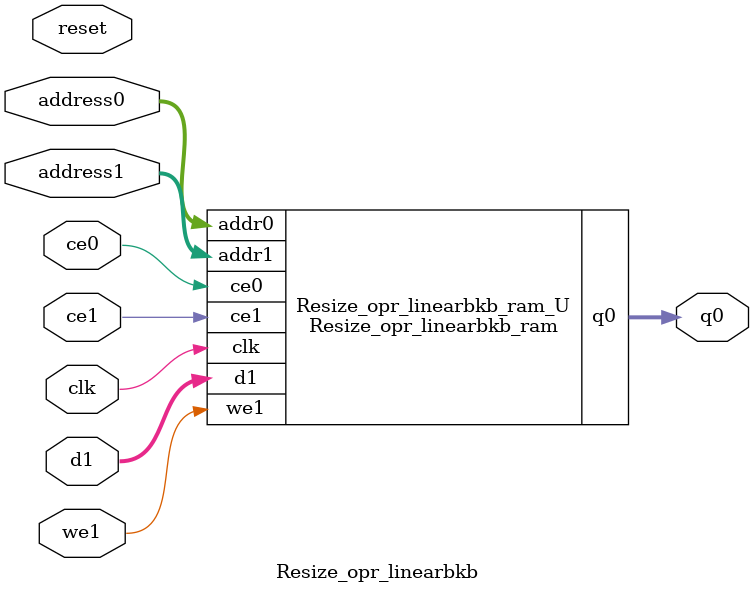
<source format=v>

`timescale 1 ns / 1 ps
module Resize_opr_linearbkb_ram (addr0, ce0, q0, addr1, ce1, d1, we1,  clk);

parameter DWIDTH = 8;
parameter AWIDTH = 11;
parameter MEM_SIZE = 1921;

input[AWIDTH-1:0] addr0;
input ce0;
output reg[DWIDTH-1:0] q0;
input[AWIDTH-1:0] addr1;
input ce1;
input[DWIDTH-1:0] d1;
input we1;
input clk;

(* ram_style = "block" *)reg [DWIDTH-1:0] ram[0:MEM_SIZE-1];




always @(posedge clk)  
begin 
    if (ce0) 
    begin
            q0 <= ram[addr0];
    end
end


always @(posedge clk)  
begin 
    if (ce1) 
    begin
        if (we1) 
        begin 
            ram[addr1] <= d1; 
        end 
    end
end


endmodule


`timescale 1 ns / 1 ps
module Resize_opr_linearbkb(
    reset,
    clk,
    address0,
    ce0,
    q0,
    address1,
    ce1,
    we1,
    d1);

parameter DataWidth = 32'd8;
parameter AddressRange = 32'd1921;
parameter AddressWidth = 32'd11;
input reset;
input clk;
input[AddressWidth - 1:0] address0;
input ce0;
output[DataWidth - 1:0] q0;
input[AddressWidth - 1:0] address1;
input ce1;
input we1;
input[DataWidth - 1:0] d1;



Resize_opr_linearbkb_ram Resize_opr_linearbkb_ram_U(
    .clk( clk ),
    .addr0( address0 ),
    .ce0( ce0 ),
    .q0( q0 ),
    .addr1( address1 ),
    .ce1( ce1 ),
    .we1( we1 ),
    .d1( d1 ));

endmodule


</source>
